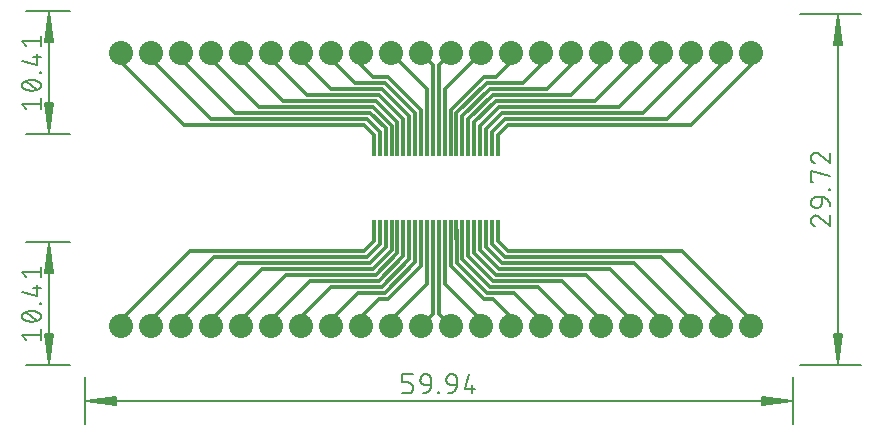
<source format=gtl>
G04 EAGLE Gerber RS-274X export*
G75*
%MOMM*%
%FSLAX34Y34*%
%LPD*%
%INTop Copper*%
%IPPOS*%
%AMOC8*
5,1,8,0,0,1.08239X$1,22.5*%
G01*
%ADD10C,0.130000*%
%ADD11C,0.152400*%
%ADD12R,0.300000X1.800000*%
%ADD13C,2.032000*%
%ADD14C,0.304800*%


D10*
X0Y-10160D02*
X0Y-49980D01*
X599440Y-49980D02*
X599440Y-10160D01*
X598790Y-30480D02*
X650Y-30480D01*
X26000Y-27288D01*
X26000Y-33672D01*
X650Y-30480D01*
X26000Y-29180D01*
X26000Y-31780D02*
X650Y-30480D01*
X26000Y-27880D01*
X26000Y-33080D02*
X650Y-30480D01*
X573440Y-27288D02*
X598790Y-30480D01*
X573440Y-27288D02*
X573440Y-33672D01*
X598790Y-30480D01*
X573440Y-29180D01*
X573440Y-31780D02*
X598790Y-30480D01*
X573440Y-27880D01*
X573440Y-33080D02*
X598790Y-30480D01*
D11*
X273991Y-23973D02*
X268572Y-23973D01*
X273991Y-23973D02*
X274109Y-23971D01*
X274227Y-23965D01*
X274345Y-23956D01*
X274462Y-23942D01*
X274579Y-23925D01*
X274696Y-23904D01*
X274811Y-23879D01*
X274926Y-23850D01*
X275040Y-23817D01*
X275152Y-23781D01*
X275263Y-23741D01*
X275373Y-23698D01*
X275482Y-23651D01*
X275589Y-23601D01*
X275694Y-23546D01*
X275797Y-23489D01*
X275898Y-23428D01*
X275998Y-23364D01*
X276095Y-23297D01*
X276190Y-23227D01*
X276282Y-23153D01*
X276373Y-23077D01*
X276460Y-22997D01*
X276545Y-22915D01*
X276627Y-22830D01*
X276707Y-22743D01*
X276783Y-22652D01*
X276857Y-22560D01*
X276927Y-22465D01*
X276994Y-22368D01*
X277058Y-22268D01*
X277119Y-22167D01*
X277176Y-22064D01*
X277231Y-21959D01*
X277281Y-21852D01*
X277328Y-21743D01*
X277371Y-21633D01*
X277411Y-21522D01*
X277447Y-21410D01*
X277480Y-21296D01*
X277509Y-21181D01*
X277534Y-21066D01*
X277555Y-20949D01*
X277572Y-20832D01*
X277586Y-20715D01*
X277595Y-20597D01*
X277601Y-20479D01*
X277603Y-20361D01*
X277603Y-18554D01*
X277601Y-18436D01*
X277595Y-18318D01*
X277586Y-18200D01*
X277572Y-18083D01*
X277555Y-17966D01*
X277534Y-17849D01*
X277509Y-17734D01*
X277480Y-17619D01*
X277447Y-17505D01*
X277411Y-17393D01*
X277371Y-17282D01*
X277328Y-17172D01*
X277281Y-17063D01*
X277231Y-16956D01*
X277176Y-16851D01*
X277119Y-16748D01*
X277058Y-16647D01*
X276994Y-16547D01*
X276927Y-16450D01*
X276857Y-16355D01*
X276783Y-16263D01*
X276707Y-16172D01*
X276627Y-16085D01*
X276545Y-16000D01*
X276460Y-15918D01*
X276373Y-15838D01*
X276282Y-15762D01*
X276190Y-15688D01*
X276095Y-15618D01*
X275998Y-15551D01*
X275898Y-15487D01*
X275797Y-15426D01*
X275694Y-15369D01*
X275589Y-15314D01*
X275482Y-15264D01*
X275373Y-15217D01*
X275263Y-15174D01*
X275152Y-15134D01*
X275040Y-15098D01*
X274926Y-15065D01*
X274811Y-15036D01*
X274696Y-15011D01*
X274579Y-14990D01*
X274462Y-14973D01*
X274345Y-14959D01*
X274227Y-14950D01*
X274109Y-14944D01*
X273991Y-14942D01*
X268572Y-14942D01*
X268572Y-7717D01*
X277603Y-7717D01*
X287816Y-16748D02*
X293234Y-16748D01*
X287816Y-16748D02*
X287698Y-16746D01*
X287580Y-16740D01*
X287462Y-16731D01*
X287345Y-16717D01*
X287228Y-16700D01*
X287111Y-16679D01*
X286996Y-16654D01*
X286881Y-16625D01*
X286767Y-16592D01*
X286655Y-16556D01*
X286544Y-16516D01*
X286434Y-16473D01*
X286325Y-16426D01*
X286218Y-16376D01*
X286113Y-16321D01*
X286010Y-16264D01*
X285909Y-16203D01*
X285809Y-16139D01*
X285712Y-16072D01*
X285617Y-16002D01*
X285525Y-15928D01*
X285434Y-15852D01*
X285347Y-15772D01*
X285262Y-15690D01*
X285180Y-15605D01*
X285100Y-15518D01*
X285024Y-15427D01*
X284950Y-15335D01*
X284880Y-15240D01*
X284813Y-15143D01*
X284749Y-15043D01*
X284688Y-14942D01*
X284631Y-14839D01*
X284576Y-14734D01*
X284526Y-14627D01*
X284479Y-14518D01*
X284436Y-14408D01*
X284396Y-14297D01*
X284360Y-14185D01*
X284327Y-14071D01*
X284298Y-13956D01*
X284273Y-13841D01*
X284252Y-13724D01*
X284235Y-13607D01*
X284221Y-13490D01*
X284212Y-13372D01*
X284206Y-13254D01*
X284204Y-13136D01*
X284203Y-13136D02*
X284203Y-12233D01*
X284205Y-12100D01*
X284211Y-11968D01*
X284221Y-11836D01*
X284234Y-11704D01*
X284252Y-11572D01*
X284273Y-11442D01*
X284298Y-11311D01*
X284327Y-11182D01*
X284360Y-11054D01*
X284396Y-10926D01*
X284436Y-10800D01*
X284480Y-10675D01*
X284528Y-10551D01*
X284579Y-10429D01*
X284634Y-10308D01*
X284692Y-10189D01*
X284754Y-10071D01*
X284819Y-9956D01*
X284888Y-9842D01*
X284959Y-9731D01*
X285035Y-9622D01*
X285113Y-9515D01*
X285194Y-9410D01*
X285279Y-9308D01*
X285366Y-9208D01*
X285456Y-9111D01*
X285549Y-9016D01*
X285645Y-8925D01*
X285743Y-8836D01*
X285844Y-8750D01*
X285948Y-8667D01*
X286054Y-8587D01*
X286162Y-8511D01*
X286272Y-8437D01*
X286385Y-8367D01*
X286499Y-8300D01*
X286616Y-8237D01*
X286734Y-8177D01*
X286854Y-8120D01*
X286976Y-8067D01*
X287099Y-8018D01*
X287223Y-7972D01*
X287349Y-7930D01*
X287476Y-7892D01*
X287604Y-7857D01*
X287733Y-7826D01*
X287862Y-7799D01*
X287993Y-7776D01*
X288124Y-7756D01*
X288256Y-7741D01*
X288388Y-7729D01*
X288520Y-7721D01*
X288653Y-7717D01*
X288785Y-7717D01*
X288918Y-7721D01*
X289050Y-7729D01*
X289182Y-7741D01*
X289314Y-7756D01*
X289445Y-7776D01*
X289576Y-7799D01*
X289705Y-7826D01*
X289834Y-7857D01*
X289962Y-7892D01*
X290089Y-7930D01*
X290215Y-7972D01*
X290339Y-8018D01*
X290462Y-8067D01*
X290584Y-8120D01*
X290704Y-8177D01*
X290822Y-8237D01*
X290939Y-8300D01*
X291053Y-8367D01*
X291166Y-8437D01*
X291276Y-8511D01*
X291384Y-8587D01*
X291490Y-8667D01*
X291594Y-8750D01*
X291695Y-8836D01*
X291793Y-8925D01*
X291889Y-9016D01*
X291982Y-9111D01*
X292072Y-9208D01*
X292159Y-9308D01*
X292244Y-9410D01*
X292325Y-9515D01*
X292403Y-9622D01*
X292479Y-9731D01*
X292550Y-9842D01*
X292619Y-9956D01*
X292684Y-10071D01*
X292746Y-10189D01*
X292804Y-10308D01*
X292859Y-10429D01*
X292910Y-10551D01*
X292958Y-10675D01*
X293002Y-10800D01*
X293042Y-10926D01*
X293078Y-11054D01*
X293111Y-11182D01*
X293140Y-11311D01*
X293165Y-11442D01*
X293186Y-11572D01*
X293204Y-11704D01*
X293217Y-11836D01*
X293227Y-11968D01*
X293233Y-12100D01*
X293235Y-12233D01*
X293234Y-12233D02*
X293234Y-16748D01*
X293232Y-16923D01*
X293226Y-17097D01*
X293215Y-17271D01*
X293200Y-17445D01*
X293181Y-17619D01*
X293158Y-17792D01*
X293131Y-17964D01*
X293099Y-18136D01*
X293064Y-18307D01*
X293024Y-18477D01*
X292980Y-18646D01*
X292932Y-18814D01*
X292880Y-18981D01*
X292824Y-19146D01*
X292764Y-19310D01*
X292701Y-19473D01*
X292633Y-19633D01*
X292561Y-19793D01*
X292486Y-19950D01*
X292406Y-20106D01*
X292323Y-20259D01*
X292237Y-20411D01*
X292146Y-20560D01*
X292052Y-20707D01*
X291955Y-20852D01*
X291854Y-20995D01*
X291750Y-21135D01*
X291642Y-21272D01*
X291531Y-21407D01*
X291417Y-21539D01*
X291300Y-21668D01*
X291179Y-21795D01*
X291056Y-21918D01*
X290929Y-22039D01*
X290800Y-22156D01*
X290668Y-22270D01*
X290533Y-22381D01*
X290396Y-22489D01*
X290256Y-22593D01*
X290113Y-22694D01*
X289968Y-22791D01*
X289821Y-22885D01*
X289672Y-22976D01*
X289520Y-23062D01*
X289367Y-23145D01*
X289211Y-23225D01*
X289054Y-23300D01*
X288894Y-23372D01*
X288734Y-23440D01*
X288571Y-23503D01*
X288407Y-23563D01*
X288242Y-23619D01*
X288075Y-23671D01*
X287907Y-23719D01*
X287738Y-23763D01*
X287568Y-23803D01*
X287397Y-23838D01*
X287225Y-23870D01*
X287053Y-23897D01*
X286880Y-23920D01*
X286706Y-23939D01*
X286532Y-23954D01*
X286358Y-23965D01*
X286184Y-23971D01*
X286009Y-23973D01*
X299209Y-23973D02*
X299209Y-23070D01*
X300112Y-23070D01*
X300112Y-23973D01*
X299209Y-23973D01*
X309699Y-16748D02*
X315118Y-16748D01*
X309699Y-16748D02*
X309581Y-16746D01*
X309463Y-16740D01*
X309345Y-16731D01*
X309228Y-16717D01*
X309111Y-16700D01*
X308994Y-16679D01*
X308879Y-16654D01*
X308764Y-16625D01*
X308650Y-16592D01*
X308538Y-16556D01*
X308427Y-16516D01*
X308317Y-16473D01*
X308208Y-16426D01*
X308101Y-16376D01*
X307996Y-16321D01*
X307893Y-16264D01*
X307792Y-16203D01*
X307692Y-16139D01*
X307595Y-16072D01*
X307500Y-16002D01*
X307408Y-15928D01*
X307317Y-15852D01*
X307230Y-15772D01*
X307145Y-15690D01*
X307063Y-15605D01*
X306983Y-15518D01*
X306907Y-15427D01*
X306833Y-15335D01*
X306763Y-15240D01*
X306696Y-15143D01*
X306632Y-15043D01*
X306571Y-14942D01*
X306514Y-14839D01*
X306459Y-14734D01*
X306409Y-14627D01*
X306362Y-14518D01*
X306319Y-14408D01*
X306279Y-14297D01*
X306243Y-14185D01*
X306210Y-14071D01*
X306181Y-13956D01*
X306156Y-13841D01*
X306135Y-13724D01*
X306118Y-13607D01*
X306104Y-13490D01*
X306095Y-13372D01*
X306089Y-13254D01*
X306087Y-13136D01*
X306087Y-12233D01*
X306086Y-12233D02*
X306088Y-12100D01*
X306094Y-11968D01*
X306104Y-11836D01*
X306117Y-11704D01*
X306135Y-11572D01*
X306156Y-11442D01*
X306181Y-11311D01*
X306210Y-11182D01*
X306243Y-11054D01*
X306279Y-10926D01*
X306319Y-10800D01*
X306363Y-10675D01*
X306411Y-10551D01*
X306462Y-10429D01*
X306517Y-10308D01*
X306575Y-10189D01*
X306637Y-10071D01*
X306702Y-9956D01*
X306771Y-9842D01*
X306842Y-9731D01*
X306918Y-9622D01*
X306996Y-9515D01*
X307077Y-9410D01*
X307162Y-9308D01*
X307249Y-9208D01*
X307339Y-9111D01*
X307432Y-9016D01*
X307528Y-8925D01*
X307626Y-8836D01*
X307727Y-8750D01*
X307831Y-8667D01*
X307937Y-8587D01*
X308045Y-8511D01*
X308155Y-8437D01*
X308268Y-8367D01*
X308382Y-8300D01*
X308499Y-8237D01*
X308617Y-8177D01*
X308737Y-8120D01*
X308859Y-8067D01*
X308982Y-8018D01*
X309106Y-7972D01*
X309232Y-7930D01*
X309359Y-7892D01*
X309487Y-7857D01*
X309616Y-7826D01*
X309745Y-7799D01*
X309876Y-7776D01*
X310007Y-7756D01*
X310139Y-7741D01*
X310271Y-7729D01*
X310403Y-7721D01*
X310536Y-7717D01*
X310668Y-7717D01*
X310801Y-7721D01*
X310933Y-7729D01*
X311065Y-7741D01*
X311197Y-7756D01*
X311328Y-7776D01*
X311459Y-7799D01*
X311588Y-7826D01*
X311717Y-7857D01*
X311845Y-7892D01*
X311972Y-7930D01*
X312098Y-7972D01*
X312222Y-8018D01*
X312345Y-8067D01*
X312467Y-8120D01*
X312587Y-8177D01*
X312705Y-8237D01*
X312822Y-8300D01*
X312936Y-8367D01*
X313049Y-8437D01*
X313159Y-8511D01*
X313267Y-8587D01*
X313373Y-8667D01*
X313477Y-8750D01*
X313578Y-8836D01*
X313676Y-8925D01*
X313772Y-9016D01*
X313865Y-9111D01*
X313955Y-9208D01*
X314042Y-9308D01*
X314127Y-9410D01*
X314208Y-9515D01*
X314286Y-9622D01*
X314362Y-9731D01*
X314433Y-9842D01*
X314502Y-9956D01*
X314567Y-10071D01*
X314629Y-10189D01*
X314687Y-10308D01*
X314742Y-10429D01*
X314793Y-10551D01*
X314841Y-10675D01*
X314885Y-10800D01*
X314925Y-10926D01*
X314961Y-11054D01*
X314994Y-11182D01*
X315023Y-11311D01*
X315048Y-11442D01*
X315069Y-11572D01*
X315087Y-11704D01*
X315100Y-11836D01*
X315110Y-11968D01*
X315116Y-12100D01*
X315118Y-12233D01*
X315118Y-16748D01*
X315116Y-16923D01*
X315110Y-17097D01*
X315099Y-17271D01*
X315084Y-17445D01*
X315065Y-17619D01*
X315042Y-17792D01*
X315015Y-17964D01*
X314983Y-18136D01*
X314948Y-18307D01*
X314908Y-18477D01*
X314864Y-18646D01*
X314816Y-18814D01*
X314764Y-18981D01*
X314708Y-19146D01*
X314648Y-19310D01*
X314585Y-19473D01*
X314517Y-19633D01*
X314445Y-19793D01*
X314370Y-19950D01*
X314290Y-20106D01*
X314207Y-20259D01*
X314121Y-20411D01*
X314030Y-20560D01*
X313936Y-20707D01*
X313839Y-20852D01*
X313738Y-20995D01*
X313634Y-21135D01*
X313526Y-21272D01*
X313415Y-21407D01*
X313301Y-21539D01*
X313184Y-21668D01*
X313063Y-21795D01*
X312940Y-21918D01*
X312813Y-22039D01*
X312684Y-22156D01*
X312552Y-22270D01*
X312417Y-22381D01*
X312280Y-22489D01*
X312140Y-22593D01*
X311997Y-22694D01*
X311852Y-22791D01*
X311705Y-22885D01*
X311556Y-22976D01*
X311404Y-23062D01*
X311251Y-23145D01*
X311095Y-23225D01*
X310938Y-23300D01*
X310778Y-23372D01*
X310618Y-23440D01*
X310455Y-23503D01*
X310291Y-23563D01*
X310126Y-23619D01*
X309959Y-23671D01*
X309791Y-23719D01*
X309622Y-23763D01*
X309452Y-23803D01*
X309281Y-23838D01*
X309109Y-23870D01*
X308937Y-23897D01*
X308764Y-23920D01*
X308590Y-23939D01*
X308416Y-23954D01*
X308242Y-23965D01*
X308068Y-23971D01*
X307893Y-23973D01*
X321718Y-20361D02*
X325331Y-7717D01*
X321718Y-20361D02*
X330749Y-20361D01*
X328040Y-16748D02*
X328040Y-23973D01*
D10*
X-12700Y0D02*
X-49980Y0D01*
X-49980Y104140D02*
X-12700Y104140D01*
X-30480Y103490D02*
X-30480Y650D01*
X-33672Y26000D01*
X-27288Y26000D01*
X-30480Y650D01*
X-31780Y26000D01*
X-29180Y26000D02*
X-30480Y650D01*
X-33080Y26000D01*
X-27880Y26000D02*
X-30480Y650D01*
X-33672Y78140D02*
X-30480Y103490D01*
X-33672Y78140D02*
X-27288Y78140D01*
X-30480Y103490D01*
X-31780Y78140D01*
X-29180Y78140D02*
X-30480Y103490D01*
X-33080Y78140D01*
X-27880Y78140D02*
X-30480Y103490D01*
D11*
X-53243Y25438D02*
X-49631Y20922D01*
X-53243Y25438D02*
X-36987Y25438D01*
X-36987Y29953D02*
X-36987Y20922D01*
X-45115Y36553D02*
X-45435Y36557D01*
X-45754Y36568D01*
X-46074Y36587D01*
X-46392Y36614D01*
X-46710Y36648D01*
X-47027Y36690D01*
X-47343Y36740D01*
X-47658Y36797D01*
X-47971Y36861D01*
X-48283Y36933D01*
X-48593Y37012D01*
X-48900Y37099D01*
X-49206Y37193D01*
X-49509Y37294D01*
X-49810Y37403D01*
X-50108Y37518D01*
X-50404Y37641D01*
X-50696Y37771D01*
X-50985Y37908D01*
X-50986Y37908D02*
X-51094Y37947D01*
X-51201Y37990D01*
X-51306Y38036D01*
X-51410Y38087D01*
X-51512Y38140D01*
X-51612Y38197D01*
X-51710Y38258D01*
X-51805Y38322D01*
X-51899Y38389D01*
X-51990Y38460D01*
X-52079Y38533D01*
X-52165Y38610D01*
X-52248Y38689D01*
X-52329Y38771D01*
X-52407Y38856D01*
X-52481Y38944D01*
X-52553Y39034D01*
X-52621Y39126D01*
X-52687Y39221D01*
X-52749Y39318D01*
X-52807Y39417D01*
X-52863Y39519D01*
X-52914Y39621D01*
X-52962Y39726D01*
X-53007Y39832D01*
X-53048Y39940D01*
X-53085Y40049D01*
X-53118Y40159D01*
X-53147Y40271D01*
X-53173Y40383D01*
X-53195Y40496D01*
X-53212Y40610D01*
X-53226Y40724D01*
X-53236Y40839D01*
X-53242Y40954D01*
X-53244Y41069D01*
X-53243Y41069D02*
X-53241Y41184D01*
X-53235Y41299D01*
X-53225Y41414D01*
X-53211Y41528D01*
X-53194Y41642D01*
X-53172Y41755D01*
X-53146Y41867D01*
X-53117Y41979D01*
X-53084Y42089D01*
X-53047Y42198D01*
X-53006Y42306D01*
X-52961Y42412D01*
X-52913Y42517D01*
X-52862Y42619D01*
X-52806Y42720D01*
X-52748Y42820D01*
X-52686Y42917D01*
X-52621Y43011D01*
X-52552Y43104D01*
X-52480Y43194D01*
X-52406Y43282D01*
X-52328Y43367D01*
X-52247Y43449D01*
X-52164Y43528D01*
X-52078Y43605D01*
X-51989Y43678D01*
X-51898Y43749D01*
X-51804Y43816D01*
X-51709Y43880D01*
X-51611Y43941D01*
X-51511Y43998D01*
X-51409Y44051D01*
X-51305Y44102D01*
X-51200Y44148D01*
X-51093Y44191D01*
X-50985Y44230D01*
X-50985Y44229D02*
X-50696Y44366D01*
X-50404Y44496D01*
X-50108Y44619D01*
X-49810Y44734D01*
X-49509Y44843D01*
X-49206Y44944D01*
X-48900Y45038D01*
X-48593Y45125D01*
X-48283Y45204D01*
X-47971Y45276D01*
X-47658Y45340D01*
X-47343Y45397D01*
X-47027Y45447D01*
X-46710Y45489D01*
X-46392Y45523D01*
X-46074Y45550D01*
X-45754Y45569D01*
X-45435Y45580D01*
X-45115Y45584D01*
X-45115Y36554D02*
X-44795Y36558D01*
X-44476Y36569D01*
X-44156Y36588D01*
X-43838Y36615D01*
X-43520Y36649D01*
X-43203Y36691D01*
X-42887Y36741D01*
X-42572Y36798D01*
X-42259Y36862D01*
X-41947Y36934D01*
X-41637Y37013D01*
X-41330Y37100D01*
X-41024Y37194D01*
X-40721Y37295D01*
X-40420Y37404D01*
X-40122Y37519D01*
X-39826Y37642D01*
X-39534Y37772D01*
X-39245Y37909D01*
X-39245Y37908D02*
X-39137Y37947D01*
X-39030Y37990D01*
X-38925Y38036D01*
X-38821Y38087D01*
X-38719Y38140D01*
X-38619Y38197D01*
X-38521Y38258D01*
X-38426Y38322D01*
X-38332Y38389D01*
X-38241Y38460D01*
X-38152Y38533D01*
X-38066Y38610D01*
X-37983Y38689D01*
X-37902Y38771D01*
X-37824Y38856D01*
X-37750Y38944D01*
X-37678Y39034D01*
X-37609Y39127D01*
X-37544Y39221D01*
X-37482Y39318D01*
X-37424Y39418D01*
X-37368Y39519D01*
X-37317Y39621D01*
X-37269Y39726D01*
X-37224Y39832D01*
X-37183Y39940D01*
X-37146Y40049D01*
X-37113Y40159D01*
X-37084Y40271D01*
X-37058Y40383D01*
X-37036Y40496D01*
X-37019Y40610D01*
X-37005Y40724D01*
X-36995Y40839D01*
X-36989Y40954D01*
X-36987Y41069D01*
X-39245Y44229D02*
X-39534Y44366D01*
X-39826Y44496D01*
X-40122Y44619D01*
X-40420Y44734D01*
X-40721Y44843D01*
X-41024Y44944D01*
X-41330Y45038D01*
X-41637Y45125D01*
X-41947Y45204D01*
X-42259Y45276D01*
X-42572Y45340D01*
X-42887Y45397D01*
X-43203Y45447D01*
X-43520Y45489D01*
X-43838Y45523D01*
X-44156Y45550D01*
X-44476Y45569D01*
X-44795Y45580D01*
X-45115Y45584D01*
X-39245Y44230D02*
X-39137Y44191D01*
X-39030Y44148D01*
X-38925Y44102D01*
X-38821Y44051D01*
X-38719Y43998D01*
X-38619Y43941D01*
X-38521Y43880D01*
X-38426Y43816D01*
X-38332Y43749D01*
X-38241Y43678D01*
X-38152Y43605D01*
X-38066Y43528D01*
X-37983Y43449D01*
X-37902Y43367D01*
X-37824Y43282D01*
X-37750Y43194D01*
X-37678Y43104D01*
X-37609Y43011D01*
X-37544Y42917D01*
X-37482Y42820D01*
X-37424Y42720D01*
X-37368Y42619D01*
X-37317Y42516D01*
X-37269Y42412D01*
X-37224Y42306D01*
X-37183Y42198D01*
X-37146Y42089D01*
X-37113Y41979D01*
X-37084Y41867D01*
X-37058Y41755D01*
X-37036Y41642D01*
X-37019Y41528D01*
X-37005Y41414D01*
X-36995Y41299D01*
X-36989Y41184D01*
X-36987Y41069D01*
X-40599Y37456D02*
X-49631Y44681D01*
X-37890Y51559D02*
X-36987Y51559D01*
X-37890Y51559D02*
X-37890Y52462D01*
X-36987Y52462D01*
X-36987Y51559D01*
X-40599Y58437D02*
X-53243Y62049D01*
X-40599Y58437D02*
X-40599Y67468D01*
X-44212Y64759D02*
X-36987Y64759D01*
X-49631Y74068D02*
X-53243Y78584D01*
X-36987Y78584D01*
X-36987Y83099D02*
X-36987Y74068D01*
D10*
X-49980Y195580D02*
X-12700Y195580D01*
X-12700Y299720D02*
X-49980Y299720D01*
X-30480Y299070D02*
X-30480Y196230D01*
X-33672Y221580D01*
X-27288Y221580D01*
X-30480Y196230D01*
X-31780Y221580D01*
X-29180Y221580D02*
X-30480Y196230D01*
X-33080Y221580D01*
X-27880Y221580D02*
X-30480Y196230D01*
X-33672Y273720D02*
X-30480Y299070D01*
X-33672Y273720D02*
X-27288Y273720D01*
X-30480Y299070D01*
X-31780Y273720D01*
X-29180Y273720D02*
X-30480Y299070D01*
X-33080Y273720D01*
X-27880Y273720D02*
X-30480Y299070D01*
D11*
X-53243Y221018D02*
X-49631Y216502D01*
X-53243Y221018D02*
X-36987Y221018D01*
X-36987Y225533D02*
X-36987Y216502D01*
X-45115Y232133D02*
X-45435Y232137D01*
X-45754Y232148D01*
X-46074Y232167D01*
X-46392Y232194D01*
X-46710Y232228D01*
X-47027Y232270D01*
X-47343Y232320D01*
X-47658Y232377D01*
X-47971Y232441D01*
X-48283Y232513D01*
X-48593Y232592D01*
X-48900Y232679D01*
X-49206Y232773D01*
X-49509Y232874D01*
X-49810Y232983D01*
X-50108Y233098D01*
X-50404Y233221D01*
X-50696Y233351D01*
X-50985Y233488D01*
X-50986Y233488D02*
X-51094Y233527D01*
X-51201Y233570D01*
X-51306Y233616D01*
X-51410Y233667D01*
X-51512Y233720D01*
X-51612Y233777D01*
X-51710Y233838D01*
X-51805Y233902D01*
X-51899Y233969D01*
X-51990Y234040D01*
X-52079Y234113D01*
X-52165Y234190D01*
X-52248Y234269D01*
X-52329Y234351D01*
X-52407Y234436D01*
X-52481Y234524D01*
X-52553Y234614D01*
X-52621Y234706D01*
X-52687Y234801D01*
X-52749Y234898D01*
X-52807Y234997D01*
X-52863Y235099D01*
X-52914Y235201D01*
X-52962Y235306D01*
X-53007Y235412D01*
X-53048Y235520D01*
X-53085Y235629D01*
X-53118Y235739D01*
X-53147Y235851D01*
X-53173Y235963D01*
X-53195Y236076D01*
X-53212Y236190D01*
X-53226Y236304D01*
X-53236Y236419D01*
X-53242Y236534D01*
X-53244Y236649D01*
X-53243Y236649D02*
X-53241Y236764D01*
X-53235Y236879D01*
X-53225Y236994D01*
X-53211Y237108D01*
X-53194Y237222D01*
X-53172Y237335D01*
X-53146Y237447D01*
X-53117Y237559D01*
X-53084Y237669D01*
X-53047Y237778D01*
X-53006Y237886D01*
X-52961Y237992D01*
X-52913Y238097D01*
X-52862Y238199D01*
X-52806Y238300D01*
X-52748Y238400D01*
X-52686Y238497D01*
X-52621Y238591D01*
X-52552Y238684D01*
X-52480Y238774D01*
X-52406Y238862D01*
X-52328Y238947D01*
X-52247Y239029D01*
X-52164Y239108D01*
X-52078Y239185D01*
X-51989Y239258D01*
X-51898Y239329D01*
X-51804Y239396D01*
X-51709Y239460D01*
X-51611Y239521D01*
X-51511Y239578D01*
X-51409Y239631D01*
X-51305Y239682D01*
X-51200Y239728D01*
X-51093Y239771D01*
X-50985Y239810D01*
X-50985Y239809D02*
X-50696Y239946D01*
X-50404Y240076D01*
X-50108Y240199D01*
X-49810Y240314D01*
X-49509Y240423D01*
X-49206Y240524D01*
X-48900Y240618D01*
X-48593Y240705D01*
X-48283Y240784D01*
X-47971Y240856D01*
X-47658Y240920D01*
X-47343Y240977D01*
X-47027Y241027D01*
X-46710Y241069D01*
X-46392Y241103D01*
X-46074Y241130D01*
X-45754Y241149D01*
X-45435Y241160D01*
X-45115Y241164D01*
X-45115Y232134D02*
X-44795Y232138D01*
X-44476Y232149D01*
X-44156Y232168D01*
X-43838Y232195D01*
X-43520Y232229D01*
X-43203Y232271D01*
X-42887Y232321D01*
X-42572Y232378D01*
X-42259Y232442D01*
X-41947Y232514D01*
X-41637Y232593D01*
X-41330Y232680D01*
X-41024Y232774D01*
X-40721Y232875D01*
X-40420Y232984D01*
X-40122Y233099D01*
X-39826Y233222D01*
X-39534Y233352D01*
X-39245Y233489D01*
X-39245Y233488D02*
X-39137Y233527D01*
X-39030Y233570D01*
X-38925Y233616D01*
X-38821Y233667D01*
X-38719Y233720D01*
X-38619Y233777D01*
X-38521Y233838D01*
X-38426Y233902D01*
X-38332Y233969D01*
X-38241Y234040D01*
X-38152Y234113D01*
X-38066Y234190D01*
X-37983Y234269D01*
X-37902Y234351D01*
X-37824Y234436D01*
X-37750Y234524D01*
X-37678Y234614D01*
X-37609Y234707D01*
X-37544Y234801D01*
X-37482Y234898D01*
X-37424Y234998D01*
X-37368Y235099D01*
X-37317Y235201D01*
X-37269Y235306D01*
X-37224Y235412D01*
X-37183Y235520D01*
X-37146Y235629D01*
X-37113Y235739D01*
X-37084Y235851D01*
X-37058Y235963D01*
X-37036Y236076D01*
X-37019Y236190D01*
X-37005Y236304D01*
X-36995Y236419D01*
X-36989Y236534D01*
X-36987Y236649D01*
X-39245Y239809D02*
X-39534Y239946D01*
X-39826Y240076D01*
X-40122Y240199D01*
X-40420Y240314D01*
X-40721Y240423D01*
X-41024Y240524D01*
X-41330Y240618D01*
X-41637Y240705D01*
X-41947Y240784D01*
X-42259Y240856D01*
X-42572Y240920D01*
X-42887Y240977D01*
X-43203Y241027D01*
X-43520Y241069D01*
X-43838Y241103D01*
X-44156Y241130D01*
X-44476Y241149D01*
X-44795Y241160D01*
X-45115Y241164D01*
X-39245Y239810D02*
X-39137Y239771D01*
X-39030Y239728D01*
X-38925Y239682D01*
X-38821Y239631D01*
X-38719Y239578D01*
X-38619Y239521D01*
X-38521Y239460D01*
X-38426Y239396D01*
X-38332Y239329D01*
X-38241Y239258D01*
X-38152Y239185D01*
X-38066Y239108D01*
X-37983Y239029D01*
X-37902Y238947D01*
X-37824Y238862D01*
X-37750Y238774D01*
X-37678Y238684D01*
X-37609Y238591D01*
X-37544Y238497D01*
X-37482Y238400D01*
X-37424Y238300D01*
X-37368Y238199D01*
X-37317Y238096D01*
X-37269Y237992D01*
X-37224Y237886D01*
X-37183Y237778D01*
X-37146Y237669D01*
X-37113Y237559D01*
X-37084Y237447D01*
X-37058Y237335D01*
X-37036Y237222D01*
X-37019Y237108D01*
X-37005Y236994D01*
X-36995Y236879D01*
X-36989Y236764D01*
X-36987Y236649D01*
X-40599Y233036D02*
X-49631Y240261D01*
X-37890Y247139D02*
X-36987Y247139D01*
X-37890Y247139D02*
X-37890Y248042D01*
X-36987Y248042D01*
X-36987Y247139D01*
X-40599Y254017D02*
X-53243Y257629D01*
X-40599Y254017D02*
X-40599Y263048D01*
X-44212Y260339D02*
X-36987Y260339D01*
X-49631Y269648D02*
X-53243Y274164D01*
X-36987Y274164D01*
X-36987Y278679D02*
X-36987Y269648D01*
D10*
X605790Y0D02*
X657040Y0D01*
X657040Y297180D02*
X605790Y297180D01*
X637540Y296530D02*
X637540Y650D01*
X634348Y26000D01*
X640732Y26000D01*
X637540Y650D01*
X636240Y26000D01*
X638840Y26000D02*
X637540Y650D01*
X634940Y26000D01*
X640140Y26000D02*
X637540Y650D01*
X634348Y271180D02*
X637540Y296530D01*
X634348Y271180D02*
X640732Y271180D01*
X637540Y296530D01*
X636240Y271180D01*
X638840Y271180D02*
X637540Y296530D01*
X634940Y271180D01*
X640140Y271180D02*
X637540Y296530D01*
D11*
X618841Y126473D02*
X618716Y126471D01*
X618591Y126465D01*
X618466Y126456D01*
X618342Y126442D01*
X618218Y126425D01*
X618094Y126404D01*
X617972Y126379D01*
X617850Y126350D01*
X617729Y126318D01*
X617609Y126282D01*
X617490Y126242D01*
X617373Y126199D01*
X617257Y126152D01*
X617142Y126101D01*
X617030Y126047D01*
X616918Y125989D01*
X616809Y125929D01*
X616702Y125864D01*
X616596Y125797D01*
X616493Y125726D01*
X616392Y125652D01*
X616293Y125575D01*
X616197Y125495D01*
X616103Y125412D01*
X616012Y125327D01*
X615923Y125238D01*
X615838Y125147D01*
X615755Y125053D01*
X615675Y124957D01*
X615598Y124858D01*
X615524Y124757D01*
X615453Y124654D01*
X615386Y124548D01*
X615321Y124441D01*
X615261Y124332D01*
X615203Y124220D01*
X615149Y124108D01*
X615098Y123993D01*
X615051Y123877D01*
X615008Y123760D01*
X614968Y123641D01*
X614932Y123521D01*
X614900Y123400D01*
X614871Y123278D01*
X614846Y123156D01*
X614825Y123032D01*
X614808Y122908D01*
X614794Y122784D01*
X614785Y122659D01*
X614779Y122534D01*
X614777Y122409D01*
X614779Y122266D01*
X614785Y122124D01*
X614795Y121981D01*
X614808Y121839D01*
X614826Y121698D01*
X614847Y121556D01*
X614872Y121416D01*
X614901Y121276D01*
X614934Y121137D01*
X614971Y120999D01*
X615011Y120862D01*
X615055Y120727D01*
X615103Y120592D01*
X615155Y120459D01*
X615210Y120327D01*
X615269Y120197D01*
X615331Y120069D01*
X615397Y119942D01*
X615466Y119817D01*
X615538Y119694D01*
X615614Y119573D01*
X615693Y119455D01*
X615776Y119338D01*
X615861Y119224D01*
X615950Y119112D01*
X616041Y119003D01*
X616136Y118896D01*
X616233Y118791D01*
X616334Y118690D01*
X616437Y118591D01*
X616542Y118495D01*
X616651Y118402D01*
X616762Y118312D01*
X616875Y118225D01*
X616990Y118141D01*
X617108Y118061D01*
X617228Y117983D01*
X617350Y117909D01*
X617474Y117839D01*
X617600Y117771D01*
X617728Y117708D01*
X617857Y117647D01*
X617988Y117590D01*
X618120Y117537D01*
X618254Y117488D01*
X618389Y117442D01*
X622002Y125118D02*
X621910Y125212D01*
X621816Y125302D01*
X621719Y125390D01*
X621619Y125475D01*
X621517Y125557D01*
X621412Y125635D01*
X621305Y125711D01*
X621196Y125783D01*
X621085Y125852D01*
X620971Y125918D01*
X620856Y125980D01*
X620739Y126039D01*
X620620Y126094D01*
X620500Y126145D01*
X620378Y126193D01*
X620255Y126238D01*
X620131Y126278D01*
X620005Y126315D01*
X619878Y126348D01*
X619751Y126377D01*
X619622Y126403D01*
X619493Y126424D01*
X619363Y126442D01*
X619233Y126455D01*
X619103Y126465D01*
X618972Y126471D01*
X618841Y126473D01*
X622002Y125118D02*
X631033Y117442D01*
X631033Y126473D01*
X623808Y136686D02*
X623808Y142104D01*
X623808Y136686D02*
X623806Y136568D01*
X623800Y136450D01*
X623791Y136332D01*
X623777Y136215D01*
X623760Y136098D01*
X623739Y135981D01*
X623714Y135866D01*
X623685Y135751D01*
X623652Y135637D01*
X623616Y135525D01*
X623576Y135414D01*
X623533Y135304D01*
X623486Y135195D01*
X623436Y135088D01*
X623381Y134983D01*
X623324Y134880D01*
X623263Y134779D01*
X623199Y134679D01*
X623132Y134582D01*
X623062Y134487D01*
X622988Y134395D01*
X622912Y134304D01*
X622832Y134217D01*
X622750Y134132D01*
X622665Y134050D01*
X622578Y133970D01*
X622487Y133894D01*
X622395Y133820D01*
X622300Y133750D01*
X622203Y133683D01*
X622103Y133619D01*
X622002Y133558D01*
X621899Y133501D01*
X621794Y133446D01*
X621687Y133396D01*
X621578Y133349D01*
X621468Y133306D01*
X621357Y133266D01*
X621245Y133230D01*
X621131Y133197D01*
X621016Y133168D01*
X620901Y133143D01*
X620784Y133122D01*
X620667Y133105D01*
X620550Y133091D01*
X620432Y133082D01*
X620314Y133076D01*
X620196Y133074D01*
X620196Y133073D02*
X619293Y133073D01*
X619160Y133075D01*
X619028Y133081D01*
X618896Y133091D01*
X618764Y133104D01*
X618632Y133122D01*
X618502Y133143D01*
X618371Y133168D01*
X618242Y133197D01*
X618114Y133230D01*
X617986Y133266D01*
X617860Y133306D01*
X617735Y133350D01*
X617611Y133398D01*
X617489Y133449D01*
X617368Y133504D01*
X617249Y133562D01*
X617131Y133624D01*
X617016Y133689D01*
X616902Y133758D01*
X616791Y133829D01*
X616682Y133905D01*
X616575Y133983D01*
X616470Y134064D01*
X616368Y134149D01*
X616268Y134236D01*
X616171Y134326D01*
X616076Y134419D01*
X615985Y134515D01*
X615896Y134613D01*
X615810Y134714D01*
X615727Y134818D01*
X615647Y134924D01*
X615571Y135032D01*
X615497Y135142D01*
X615427Y135255D01*
X615360Y135369D01*
X615297Y135486D01*
X615237Y135604D01*
X615180Y135724D01*
X615127Y135846D01*
X615078Y135969D01*
X615032Y136093D01*
X614990Y136219D01*
X614952Y136346D01*
X614917Y136474D01*
X614886Y136603D01*
X614859Y136732D01*
X614836Y136863D01*
X614816Y136994D01*
X614801Y137126D01*
X614789Y137258D01*
X614781Y137390D01*
X614777Y137523D01*
X614777Y137655D01*
X614781Y137788D01*
X614789Y137920D01*
X614801Y138052D01*
X614816Y138184D01*
X614836Y138315D01*
X614859Y138446D01*
X614886Y138575D01*
X614917Y138704D01*
X614952Y138832D01*
X614990Y138959D01*
X615032Y139085D01*
X615078Y139209D01*
X615127Y139332D01*
X615180Y139454D01*
X615237Y139574D01*
X615297Y139692D01*
X615360Y139809D01*
X615427Y139923D01*
X615497Y140036D01*
X615571Y140146D01*
X615647Y140254D01*
X615727Y140360D01*
X615810Y140464D01*
X615896Y140565D01*
X615985Y140663D01*
X616076Y140759D01*
X616171Y140852D01*
X616268Y140942D01*
X616368Y141029D01*
X616470Y141114D01*
X616575Y141195D01*
X616682Y141273D01*
X616791Y141349D01*
X616902Y141420D01*
X617016Y141489D01*
X617131Y141554D01*
X617249Y141616D01*
X617368Y141674D01*
X617489Y141729D01*
X617611Y141780D01*
X617735Y141828D01*
X617860Y141872D01*
X617986Y141912D01*
X618114Y141948D01*
X618242Y141981D01*
X618371Y142010D01*
X618502Y142035D01*
X618632Y142056D01*
X618764Y142074D01*
X618896Y142087D01*
X619028Y142097D01*
X619160Y142103D01*
X619293Y142105D01*
X619293Y142104D02*
X623808Y142104D01*
X623983Y142102D01*
X624157Y142096D01*
X624331Y142085D01*
X624505Y142070D01*
X624679Y142051D01*
X624852Y142028D01*
X625024Y142001D01*
X625196Y141969D01*
X625367Y141934D01*
X625537Y141894D01*
X625706Y141850D01*
X625874Y141802D01*
X626041Y141750D01*
X626206Y141694D01*
X626370Y141634D01*
X626533Y141571D01*
X626693Y141503D01*
X626853Y141431D01*
X627010Y141356D01*
X627166Y141276D01*
X627319Y141193D01*
X627471Y141107D01*
X627620Y141016D01*
X627767Y140922D01*
X627912Y140825D01*
X628055Y140724D01*
X628195Y140620D01*
X628332Y140512D01*
X628467Y140401D01*
X628599Y140287D01*
X628728Y140170D01*
X628855Y140049D01*
X628978Y139926D01*
X629099Y139799D01*
X629216Y139670D01*
X629330Y139538D01*
X629441Y139403D01*
X629549Y139266D01*
X629653Y139126D01*
X629754Y138983D01*
X629851Y138838D01*
X629945Y138691D01*
X630036Y138542D01*
X630122Y138390D01*
X630205Y138237D01*
X630285Y138081D01*
X630360Y137924D01*
X630432Y137764D01*
X630500Y137604D01*
X630563Y137441D01*
X630623Y137277D01*
X630679Y137112D01*
X630731Y136945D01*
X630779Y136777D01*
X630823Y136608D01*
X630863Y136438D01*
X630898Y136267D01*
X630930Y136095D01*
X630957Y135923D01*
X630980Y135750D01*
X630999Y135576D01*
X631014Y135402D01*
X631025Y135228D01*
X631031Y135054D01*
X631033Y134879D01*
X631033Y148079D02*
X630130Y148079D01*
X630130Y148982D01*
X631033Y148982D01*
X631033Y148079D01*
X616583Y154957D02*
X614777Y154957D01*
X614777Y163988D01*
X631033Y159472D01*
X614777Y175555D02*
X614779Y175680D01*
X614785Y175805D01*
X614794Y175930D01*
X614808Y176054D01*
X614825Y176178D01*
X614846Y176302D01*
X614871Y176424D01*
X614900Y176546D01*
X614932Y176667D01*
X614968Y176787D01*
X615008Y176906D01*
X615051Y177023D01*
X615098Y177139D01*
X615149Y177254D01*
X615203Y177366D01*
X615261Y177478D01*
X615321Y177587D01*
X615386Y177694D01*
X615453Y177800D01*
X615524Y177903D01*
X615598Y178004D01*
X615675Y178103D01*
X615755Y178199D01*
X615838Y178293D01*
X615923Y178384D01*
X616012Y178473D01*
X616103Y178558D01*
X616197Y178641D01*
X616293Y178721D01*
X616392Y178798D01*
X616493Y178872D01*
X616596Y178943D01*
X616702Y179010D01*
X616809Y179075D01*
X616918Y179135D01*
X617030Y179193D01*
X617142Y179247D01*
X617257Y179298D01*
X617373Y179345D01*
X617490Y179388D01*
X617609Y179428D01*
X617729Y179464D01*
X617850Y179496D01*
X617972Y179525D01*
X618094Y179550D01*
X618218Y179571D01*
X618342Y179588D01*
X618466Y179602D01*
X618591Y179611D01*
X618716Y179617D01*
X618841Y179619D01*
X614777Y175555D02*
X614779Y175412D01*
X614785Y175270D01*
X614795Y175127D01*
X614808Y174985D01*
X614826Y174844D01*
X614847Y174702D01*
X614872Y174562D01*
X614901Y174422D01*
X614934Y174283D01*
X614971Y174145D01*
X615011Y174008D01*
X615055Y173873D01*
X615103Y173738D01*
X615155Y173605D01*
X615210Y173473D01*
X615269Y173343D01*
X615331Y173215D01*
X615397Y173088D01*
X615466Y172963D01*
X615538Y172840D01*
X615614Y172719D01*
X615693Y172601D01*
X615776Y172484D01*
X615861Y172370D01*
X615950Y172258D01*
X616041Y172149D01*
X616136Y172042D01*
X616233Y171937D01*
X616334Y171836D01*
X616437Y171737D01*
X616542Y171641D01*
X616651Y171548D01*
X616762Y171458D01*
X616875Y171371D01*
X616990Y171287D01*
X617108Y171207D01*
X617228Y171129D01*
X617350Y171055D01*
X617474Y170985D01*
X617600Y170917D01*
X617728Y170854D01*
X617857Y170793D01*
X617988Y170736D01*
X618120Y170683D01*
X618254Y170634D01*
X618389Y170588D01*
X622002Y178264D02*
X621910Y178358D01*
X621816Y178448D01*
X621719Y178536D01*
X621619Y178621D01*
X621517Y178703D01*
X621412Y178781D01*
X621305Y178857D01*
X621196Y178929D01*
X621085Y178998D01*
X620971Y179064D01*
X620856Y179126D01*
X620739Y179185D01*
X620620Y179240D01*
X620500Y179291D01*
X620378Y179339D01*
X620255Y179384D01*
X620131Y179424D01*
X620005Y179461D01*
X619878Y179494D01*
X619751Y179523D01*
X619622Y179549D01*
X619493Y179570D01*
X619363Y179588D01*
X619233Y179601D01*
X619103Y179611D01*
X618972Y179617D01*
X618841Y179619D01*
X622002Y178265D02*
X631033Y170588D01*
X631033Y179619D01*
D12*
X244680Y114360D03*
X249680Y114360D03*
X254680Y114360D03*
X259680Y114360D03*
X264680Y114360D03*
X269680Y114360D03*
X274680Y114360D03*
X279680Y114360D03*
X284680Y114360D03*
X289680Y114360D03*
X294680Y114360D03*
X299680Y114360D03*
X304680Y114360D03*
X309680Y114360D03*
X314680Y114360D03*
X319680Y114360D03*
X324680Y114360D03*
X329680Y114360D03*
X334680Y114360D03*
X339680Y114360D03*
X344680Y114360D03*
X349680Y114360D03*
X349680Y185360D03*
X344680Y185360D03*
X339680Y185360D03*
X334680Y185360D03*
X329680Y185360D03*
X324680Y185360D03*
X319680Y185360D03*
X314680Y185360D03*
X309680Y185360D03*
X304680Y185360D03*
X299680Y185360D03*
X294680Y185360D03*
X289680Y185360D03*
X284680Y185360D03*
X279680Y185360D03*
X274680Y185360D03*
X269680Y185360D03*
X264680Y185360D03*
X259680Y185360D03*
X254680Y185360D03*
X249680Y185360D03*
X244680Y185360D03*
D13*
X30480Y264160D03*
X55880Y264160D03*
X81280Y264160D03*
X106680Y264160D03*
X132080Y264160D03*
X157480Y264160D03*
X182880Y264160D03*
X208280Y264160D03*
X233680Y264160D03*
X259080Y264160D03*
X284480Y264160D03*
X309880Y264160D03*
X335280Y264160D03*
X360680Y264160D03*
X386080Y264160D03*
X411480Y264160D03*
X436880Y264160D03*
X462280Y264160D03*
X487680Y264160D03*
X513080Y264160D03*
X538480Y264160D03*
X563880Y264160D03*
X563880Y33020D03*
X538480Y33020D03*
X513080Y33020D03*
X487680Y33020D03*
X462280Y33020D03*
X436880Y33020D03*
X411480Y33020D03*
X386080Y33020D03*
X360680Y33020D03*
X335280Y33020D03*
X309880Y33020D03*
X284480Y33020D03*
X259080Y33020D03*
X233680Y33020D03*
X208280Y33020D03*
X182880Y33020D03*
X157480Y33020D03*
X132080Y33020D03*
X106680Y33020D03*
X81280Y33020D03*
X55880Y33020D03*
X30480Y33020D03*
D14*
X244680Y104980D02*
X244680Y114360D01*
X244680Y104980D02*
X236220Y96520D01*
X88900Y96520D02*
X30480Y38100D01*
X30480Y33020D01*
X88900Y96520D02*
X236220Y96520D01*
X249680Y102360D02*
X249680Y114360D01*
X109220Y91440D02*
X55880Y38100D01*
X55880Y33020D01*
X238760Y91440D02*
X249680Y102360D01*
X238760Y91440D02*
X109220Y91440D01*
X254680Y99740D02*
X254680Y114360D01*
X254680Y99740D02*
X241300Y86360D01*
X129540Y86360D02*
X81280Y38100D01*
X81280Y33020D01*
X129540Y86360D02*
X241300Y86360D01*
X259680Y97120D02*
X259680Y114360D01*
X259680Y97120D02*
X243840Y81280D01*
X149860Y81280D02*
X106680Y38100D01*
X106680Y33020D01*
X149860Y81280D02*
X243840Y81280D01*
X264680Y94500D02*
X264680Y114360D01*
X264680Y94500D02*
X246380Y76200D01*
X170180Y76200D02*
X132080Y38100D01*
X132080Y33020D01*
X170180Y76200D02*
X246380Y76200D01*
X269680Y91880D02*
X269680Y114360D01*
X269680Y91880D02*
X248920Y71120D01*
X190500Y71120D02*
X157480Y38100D01*
X157480Y33020D01*
X190500Y71120D02*
X248920Y71120D01*
X274680Y89260D02*
X274680Y114360D01*
X274680Y89260D02*
X251460Y66040D01*
X208280Y66040D01*
X182880Y40640D01*
X182880Y33020D01*
X279680Y86640D02*
X279680Y114360D01*
X279680Y86640D02*
X254000Y60960D01*
X231140Y60960D02*
X208280Y38100D01*
X208280Y33020D01*
X231140Y60960D02*
X254000Y60960D01*
X284680Y84020D02*
X284680Y114360D01*
X284680Y84020D02*
X256540Y55880D01*
X248920Y55880D02*
X233680Y40640D01*
X233680Y33020D01*
X248920Y55880D02*
X256540Y55880D01*
X259080Y38100D02*
X259080Y33020D01*
X259080Y38100D02*
X289560Y68580D01*
X289560Y114240D02*
X289680Y114360D01*
X289560Y114240D02*
X289560Y68580D01*
X294680Y43220D02*
X294680Y114360D01*
X294680Y43220D02*
X284480Y33020D01*
X299680Y43220D02*
X299680Y114360D01*
X299680Y43220D02*
X309880Y33020D01*
X304800Y114240D02*
X304680Y114360D01*
X304800Y68580D02*
X335280Y38100D01*
X335280Y33020D01*
X304800Y68580D02*
X304800Y114240D01*
X309680Y114360D02*
X309680Y84020D01*
X337820Y55880D01*
X360680Y40640D02*
X360680Y33020D01*
X360680Y40640D02*
X345440Y55880D01*
X337820Y55880D01*
X314960Y114080D02*
X314680Y114360D01*
X363220Y60960D02*
X386080Y38100D01*
X386080Y33020D01*
X314960Y86360D02*
X314960Y114080D01*
X314960Y86360D02*
X340360Y60960D01*
X363220Y60960D01*
X319680Y89260D02*
X319680Y114360D01*
X383540Y66040D02*
X411480Y38100D01*
X411480Y33020D01*
X342900Y66040D02*
X319680Y89260D01*
X342900Y66040D02*
X383540Y66040D01*
X324680Y91880D02*
X324680Y114360D01*
X403860Y71120D02*
X436880Y38100D01*
X436880Y33020D01*
X345440Y71120D02*
X324680Y91880D01*
X345440Y71120D02*
X403860Y71120D01*
X329680Y94500D02*
X329680Y114360D01*
X424180Y76200D02*
X462280Y38100D01*
X462280Y33020D01*
X347980Y76200D02*
X329680Y94500D01*
X347980Y76200D02*
X424180Y76200D01*
X334680Y97120D02*
X334680Y114360D01*
X444500Y81280D02*
X487680Y38100D01*
X487680Y33020D01*
X350520Y81280D02*
X334680Y97120D01*
X350520Y81280D02*
X444500Y81280D01*
X339680Y99740D02*
X339680Y114360D01*
X339680Y99740D02*
X353060Y86360D01*
X464820Y86360D02*
X513080Y38100D01*
X513080Y33020D01*
X464820Y86360D02*
X353060Y86360D01*
X344680Y102360D02*
X344680Y114360D01*
X487680Y91440D02*
X538480Y40640D01*
X538480Y33020D01*
X355600Y91440D02*
X344680Y102360D01*
X355600Y91440D02*
X487680Y91440D01*
X349680Y104980D02*
X349680Y114360D01*
X349680Y104980D02*
X358140Y96520D01*
X505460Y96520D02*
X563880Y38100D01*
X563880Y33020D01*
X505460Y96520D02*
X358140Y96520D01*
X349680Y185360D02*
X349680Y194740D01*
X358140Y203200D01*
X513080Y203200D02*
X563880Y254000D01*
X563880Y264160D01*
X513080Y203200D02*
X358140Y203200D01*
X344680Y197360D02*
X344680Y185360D01*
X492760Y208280D02*
X538480Y254000D01*
X538480Y264160D01*
X355600Y208280D02*
X344680Y197360D01*
X355600Y208280D02*
X492760Y208280D01*
X339680Y199980D02*
X339680Y185360D01*
X472440Y213360D02*
X513080Y254000D01*
X513080Y264160D01*
X353060Y213360D02*
X339680Y199980D01*
X353060Y213360D02*
X472440Y213360D01*
X334680Y202600D02*
X334680Y185360D01*
X452120Y218440D02*
X487680Y254000D01*
X487680Y264160D01*
X350520Y218440D02*
X334680Y202600D01*
X350520Y218440D02*
X452120Y218440D01*
X329680Y205220D02*
X329680Y185360D01*
X431800Y223520D02*
X462280Y254000D01*
X462280Y264160D01*
X347980Y223520D02*
X329680Y205220D01*
X347980Y223520D02*
X431800Y223520D01*
X324680Y207840D02*
X324680Y185360D01*
X411480Y228600D02*
X436880Y254000D01*
X436880Y264160D01*
X345440Y228600D02*
X324680Y207840D01*
X345440Y228600D02*
X411480Y228600D01*
X319680Y210460D02*
X319680Y185360D01*
X391160Y233680D02*
X411480Y254000D01*
X411480Y264160D01*
X342900Y233680D02*
X319680Y210460D01*
X342900Y233680D02*
X391160Y233680D01*
X314680Y213080D02*
X314680Y185360D01*
X370840Y238760D02*
X386080Y254000D01*
X386080Y264160D01*
X340360Y238760D02*
X314680Y213080D01*
X340360Y238760D02*
X370840Y238760D01*
X309680Y215700D02*
X309680Y185360D01*
X309680Y215700D02*
X337820Y243840D01*
X347980Y243840D02*
X360680Y256540D01*
X360680Y264160D01*
X347980Y243840D02*
X337820Y243840D01*
X304680Y233560D02*
X304680Y185360D01*
X304680Y233560D02*
X335280Y264160D01*
X299680Y253960D02*
X299680Y185360D01*
X299680Y253960D02*
X309880Y264160D01*
X294680Y253960D02*
X284480Y264160D01*
X294680Y253960D02*
X294680Y185360D01*
X289680Y185360D02*
X289680Y233560D01*
X259080Y264160D01*
X284680Y215700D02*
X284680Y185360D01*
X284680Y215700D02*
X256540Y243840D01*
X243840Y243840D01*
X233680Y254000D01*
X233680Y264160D01*
X274680Y210460D02*
X274680Y185360D01*
X208280Y233680D02*
X182880Y259080D01*
X182880Y264160D01*
X251460Y233680D02*
X274680Y210460D01*
X251460Y233680D02*
X208280Y233680D01*
X279680Y213080D02*
X279680Y185360D01*
X228600Y238760D02*
X208280Y259080D01*
X208280Y264160D01*
X254000Y238760D02*
X279680Y213080D01*
X254000Y238760D02*
X228600Y238760D01*
X269680Y207840D02*
X269680Y185360D01*
X187960Y228600D02*
X157480Y259080D01*
X157480Y264160D01*
X248920Y228600D02*
X269680Y207840D01*
X248920Y228600D02*
X187960Y228600D01*
X264680Y205220D02*
X264680Y185360D01*
X167640Y223520D02*
X132080Y259080D01*
X132080Y264160D01*
X246380Y223520D02*
X264680Y205220D01*
X246380Y223520D02*
X167640Y223520D01*
X259680Y202600D02*
X259680Y185360D01*
X147320Y218440D02*
X106680Y259080D01*
X106680Y264160D01*
X243840Y218440D02*
X259680Y202600D01*
X243840Y218440D02*
X147320Y218440D01*
X254680Y200212D02*
X254680Y185360D01*
X127000Y213360D02*
X81280Y259080D01*
X81280Y264160D01*
X241532Y213360D02*
X254680Y200212D01*
X241532Y213360D02*
X127000Y213360D01*
X249680Y197476D02*
X249680Y185360D01*
X106680Y208280D02*
X55880Y259080D01*
X55880Y264160D01*
X238876Y208280D02*
X249680Y197476D01*
X238876Y208280D02*
X106680Y208280D01*
X244680Y194740D02*
X244680Y185360D01*
X83820Y203200D02*
X30480Y256540D01*
X30480Y264160D01*
X236220Y203200D02*
X244680Y194740D01*
X236220Y203200D02*
X83820Y203200D01*
M02*

</source>
